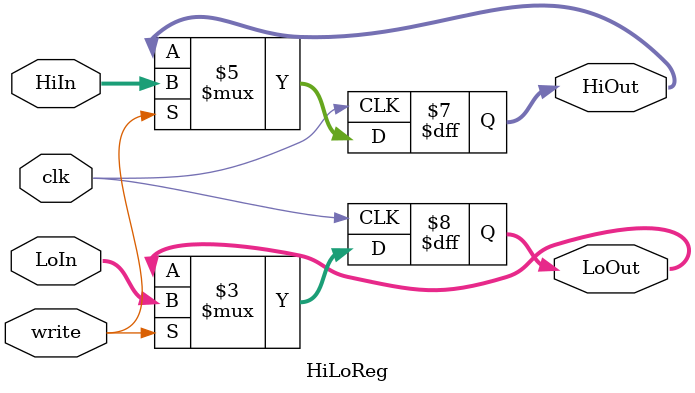
<source format=v>
`timescale 1ns / 1ps


module HiLoReg(clk, HiIn,LoIn, write, HiOut, LoOut);
    input [31:0] HiIn,LoIn;
    input write, clk;
    output reg [31:0] HiOut, LoOut;
    initial begin
    HiOut=0;
    LoOut = 0;
    end
    always @(posedge clk) begin
        if(write) begin
           HiOut <= HiIn;
           LoOut <= LoIn;
        end
    end

endmodule

</source>
